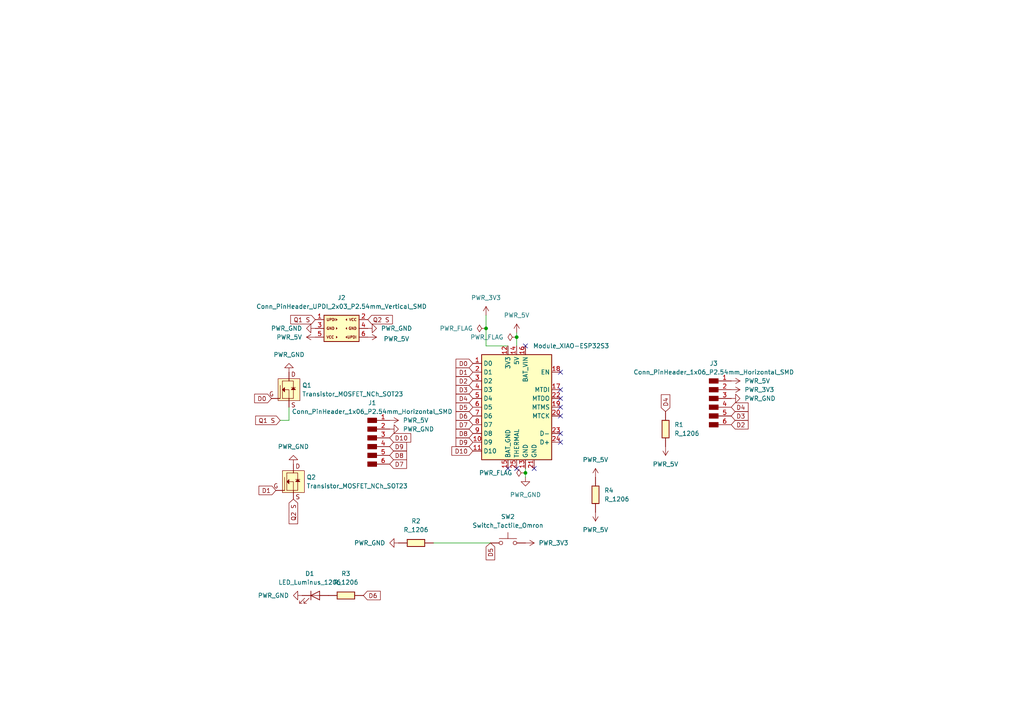
<source format=kicad_sch>
(kicad_sch (version 20231120) (generator "eeschema") (generator_version "8.0")
  (paper "A4")
  (lib_symbols
    (symbol "fab:Conn_PinHeader_1x06_P2.54mm_Horizontal_SMD" (pin_names hide)
      (property "Reference" "J" (at 0 7.62 0))
      (property "Value" "Conn_PinHeader_1x06_P2.54mm_Horizontal_SMD" (at 0 -10.16 0))
      (symbol "Conn_PinHeader_1x06_P2.54mm_Horizontal_SMD_1_1"
        (rectangle (start -1.27 -6.985) (end 1.27 -8.255) (stroke (width 0.254)) (fill (type outline)))
        (rectangle (start -1.27 -4.445) (end 1.27 -5.715) (stroke (width 0.254)) (fill (type outline)))
        (rectangle (start -1.27 -1.905) (end 1.27 -3.175) (stroke (width 0.254)) (fill (type outline)))
        (rectangle (start -1.27 0.635) (end 1.27 -0.635) (stroke (width 0.254)) (fill (type outline)))
        (rectangle (start -1.27 3.175) (end 1.27 1.905) (stroke (width 0.254)) (fill (type outline)))
        (rectangle (start -1.27 5.715) (end 1.27 4.445) (stroke (width 0.254)) (fill (type outline)))
        (pin passive line (at 5.08 5.08 180) (length 3.81) (name "Pin_1") (number "1"))
        (pin passive line (at 5.08 2.54 180) (length 3.81) (name "Pin_2") (number "2"))
        (pin passive line (at 5.08 0 180) (length 3.81) (name "Pin_3") (number "3"))
        (pin passive line (at 5.08 -2.54 180) (length 3.81) (name "Pin_4") (number "4"))
        (pin passive line (at 5.08 -5.08 180) (length 3.81) (name "Pin_5") (number "5"))
        (pin passive line (at 5.08 -7.62 180) (length 3.81) (name "Pin_6") (number "6"))
      )
    )
    (symbol "fab:Conn_PinHeader_UPDI_2x03_P2.54mm_Vertical_SMD"
      (property "Reference" "J" (at 0 5.08 0))
      (property "Value" "Conn_PinHeader_UPDI_2x03_P2.54mm_Vertical_SMD" (at 0 -5.08 0))
      (symbol "Conn_PinHeader_UPDI_2x03_P2.54mm_Vertical_SMD_0_0"
        (rectangle (start -5.08 3.81) (end 5.08 -3.81) (stroke (width 0.254)) (fill (type background)))
        (polyline (pts (xy -1.27 -2.54) (xy -1.524 -2.794) (xy -1.524 -2.286) (xy -1.27 -2.54)) (fill (type outline)))
        (polyline (pts (xy -1.27 0) (xy -1.524 -0.254) (xy -1.524 0.254) (xy -1.27 0)) (fill (type outline)))
        (polyline (pts (xy -1.27 2.54) (xy -1.524 2.286) (xy -1.524 2.794) (xy -1.27 2.54)) (fill (type outline)))
        (polyline (pts (xy 1.27 -2.54) (xy 1.524 -2.286) (xy 1.524 -2.794) (xy 1.27 -2.54)) (fill (type outline)))
        (polyline (pts (xy 1.27 0) (xy 1.524 0.254) (xy 1.524 -0.254) (xy 1.27 0)) (fill (type outline)))
        (polyline (pts (xy 1.27 2.54) (xy 1.524 2.794) (xy 1.524 2.286) (xy 1.27 2.54)) (fill (type outline)))
        (text "GND" (at -4.445 0 0) (effects (font (size 0.75 0.75)) (justify left)))
        (text "GND" (at 4.445 0 0) (effects (font (size 0.75 0.75)) (justify right)))
        (text "UPDI" (at -4.445 2.54 0) (effects (font (size 0.75 0.75)) (justify left)))
        (text "UPDI" (at 4.445 -2.54 0) (effects (font (size 0.75 0.75)) (justify right)))
        (text "VCC" (at -4.445 -2.54 0) (effects (font (size 0.75 0.75)) (justify left)))
        (text "VCC" (at 4.445 2.54 0) (effects (font (size 0.75 0.75)) (justify right)))
      )
      (symbol "Conn_PinHeader_UPDI_2x03_P2.54mm_Vertical_SMD_1_1"
        (pin passive line (at -7.62 2.54 0) (length 2.54) (name "") (number "1"))
        (pin passive line (at 7.62 2.54 180) (length 2.54) (name "") (number "2"))
        (pin passive line (at -7.62 0 0) (length 2.54) (name "") (number "3"))
        (pin passive line (at 7.62 0 180) (length 2.54) (name "") (number "4"))
        (pin passive line (at -7.62 -2.54 0) (length 2.54) (name "") (number "5"))
        (pin passive line (at 7.62 -2.54 180) (length 2.54) (name "") (number "6"))
      )
    )
    (symbol "fab:LED_Luminus_1206" (pin_numbers hide) (pin_names (offset 1.016) hide)
      (property "Reference" "D" (at 0 2.54 0))
      (property "Value" "LED_Luminus_1206" (at 0 -2.54 0))
      (symbol "LED_Luminus_1206_0_1"
        (polyline (pts (xy -1.27 -1.27) (xy -1.27 1.27)) (stroke (width 0.2032)))
        (polyline (pts (xy -1.27 0) (xy 1.27 0)))
        (polyline (pts (xy 1.27 -1.27) (xy 1.27 1.27) (xy -1.27 0) (xy 1.27 -1.27)) (stroke (width 0.2032)))
        (polyline (pts (xy -3.048 -0.762) (xy -4.572 -2.286) (xy -3.81 -2.286) (xy -4.572 -2.286) (xy -4.572 -1.524)))
        (polyline (pts (xy -1.778 -0.762) (xy -3.302 -2.286) (xy -2.54 -2.286) (xy -3.302 -2.286) (xy -3.302 -1.524)))
      )
      (symbol "LED_Luminus_1206_1_1"
        (pin passive line (at -3.81 0 0) (length 2.54) (name "K") (number "1"))
        (pin passive line (at 3.81 0 180) (length 2.54) (name "A") (number "2"))
      )
    )
    (symbol "fab:Module_XIAO-ESP32S3"
      (property "Reference" "M" (at -10.16 16.51 0))
      (property "Value" "Module_XIAO-ESP32S3" (at 3.81 16.51 0))
      (symbol "Module_XIAO-ESP32S3_1_1"
        (rectangle (start -10.16 15.24) (end 10.16 -15.24) (stroke (width 0.254)) (fill (type background)))
        (pin bidirectional line (at -12.7 12.7 0) (length 2.54) (name "D0") (number "1"))
        (pin bidirectional line (at -12.7 -10.16 0) (length 2.54) (name "D9") (number "10"))
        (pin bidirectional line (at -12.7 -12.7 0) (length 2.54) (name "D10") (number "11"))
        (pin power_in line (at -2.54 17.78 270) (length 2.54) (name "3V3") (number "12"))
        (pin power_in line (at 2.54 -17.78 90) (length 2.54) (name "GND") (number "13"))
        (pin power_in line (at 0 17.78 270) (length 2.54) (name "5V") (number "14"))
        (pin power_in line (at -2.54 -17.78 90) (length 2.54) (name "BAT_GND") (number "15"))
        (pin power_in line (at 2.54 17.78 270) (length 2.54) (name "BAT_VIN") (number "16"))
        (pin input line (at 12.7 5.08 180) (length 2.54) (name "MTDI") (number "17"))
        (pin input line (at 12.7 10.16 180) (length 2.54) (name "EN") (number "18"))
        (pin input line (at 12.7 0 180) (length 2.54) (name "MTMS") (number "19"))
        (pin bidirectional line (at -12.7 10.16 0) (length 2.54) (name "D1") (number "2"))
        (pin input line (at 12.7 -2.54 180) (length 2.54) (name "MTCK") (number "20"))
        (pin power_in line (at 5.08 -17.78 90) (length 2.54) (name "GND") (number "21"))
        (pin output line (at 12.7 2.54 180) (length 2.54) (name "MTDO") (number "22"))
        (pin bidirectional line (at 12.7 -7.62 180) (length 2.54) (name "D-") (number "23"))
        (pin bidirectional line (at 12.7 -10.16 180) (length 2.54) (name "D+") (number "24"))
        (pin power_in line (at 0 -17.78 90) (length 2.54) (name "THERMAL") (number "25"))
        (pin bidirectional line (at -12.7 7.62 0) (length 2.54) (name "D2") (number "3"))
        (pin bidirectional line (at -12.7 5.08 0) (length 2.54) (name "D3") (number "4"))
        (pin bidirectional line (at -12.7 2.54 0) (length 2.54) (name "D4") (number "5"))
        (pin bidirectional line (at -12.7 0 0) (length 2.54) (name "D5") (number "6"))
        (pin bidirectional line (at -12.7 -2.54 0) (length 2.54) (name "D6") (number "7"))
        (pin bidirectional line (at -12.7 -5.08 0) (length 2.54) (name "D7") (number "8"))
        (pin bidirectional line (at -12.7 -7.62 0) (length 2.54) (name "D8") (number "9"))
      )
    )
    (symbol "fab:PWR_3V3" (power) (pin_names (offset 0))
      (property "Value" "PWR_3V3" (at 0 3.556 0))
      (symbol "PWR_3V3_0_1"
        (polyline (pts (xy -0.762 1.27) (xy 0 2.54)))
        (polyline (pts (xy 0 0) (xy 0 2.54)))
        (polyline (pts (xy 0 2.54) (xy 0.762 1.27)))
      )
      (symbol "PWR_3V3_1_1"
        (pin power_in line (at 0 0 90) (length 0) hide (name "PWR_3V3") (number "1"))
      )
    )
    (symbol "fab:PWR_5V" (power) (pin_names (offset 0))
      (property "Value" "PWR_5V" (at 0 3.556 0))
      (symbol "PWR_5V_0_1"
        (polyline (pts (xy -0.762 1.27) (xy 0 2.54)))
        (polyline (pts (xy 0 0) (xy 0 2.54)))
        (polyline (pts (xy 0 2.54) (xy 0.762 1.27)))
      )
      (symbol "PWR_5V_1_1"
        (pin power_in line (at 0 0 90) (length 0) hide (name "PWR_5V") (number "1"))
      )
    )
    (symbol "fab:PWR_FLAG" (power) (pin_numbers hide) (pin_names (offset 0) hide)
      (property "Value" "PWR_FLAG" (at 0 3.81 0))
      (symbol "PWR_FLAG_0_1"
        (polyline (pts (xy 0 0) (xy 0 1.27) (xy -1.016 1.905) (xy 0 2.54) (xy 1.016 1.905) (xy 0 1.27)))
      )
      (symbol "PWR_FLAG_1_0"
        (pin power_out line (at 0 0 90) (length 0) (name "PWR_FLAG") (number "1"))
      )
    )
    (symbol "fab:PWR_GND" (power) (pin_names (offset 0))
      (property "Value" "PWR_GND" (at 0 -3.81 0))
      (symbol "PWR_GND_0_1"
        (polyline (pts (xy 0 0) (xy 0 -1.27) (xy 1.27 -1.27) (xy 0 -2.54) (xy -1.27 -1.27) (xy 0 -1.27)))
      )
      (symbol "PWR_GND_1_1"
        (pin power_in line (at 0 0 270) (length 0) hide (name "PWR_GND") (number "1"))
      )
    )
    (symbol "fab:R_1206" (pin_numbers hide) (pin_names (offset 0))
      (property "Reference" "R" (at 2.54 0 90))
      (property "Value" "R_1206" (at -2.54 0 90))
      (symbol "R_1206_0_1"
        (rectangle (start -1.016 -2.54) (end 1.016 2.54) (stroke (width 0.254)) (fill (type background)))
      )
      (symbol "R_1206_1_1"
        (pin passive line (at 0 5.08 270) (length 2.54) (name "~") (number "1"))
        (pin passive line (at 0 -5.08 90) (length 2.54) (name "~") (number "2"))
      )
    )
    (symbol "fab:Switch_Tactile_Omron" (pin_numbers hide) (pin_names (offset 1.016) hide)
      (property "Reference" "SW" (at 1.27 2.54 0))
      (property "Value" "Switch_Tactile_Omron" (at 0 -1.524 0))
      (symbol "Switch_Tactile_Omron_0_1"
        (circle (center -2.032 0) (radius 0.508))
        (polyline (pts (xy 0 1.27) (xy 0 3.048)))
        (polyline (pts (xy 2.54 1.27) (xy -2.54 1.27)))
        (circle (center 2.032 0) (radius 0.508))
        (pin passive line (at -5.08 0 0) (length 2.54) (name "1") (number "1"))
        (pin passive line (at 5.08 0 180) (length 2.54) (name "2") (number "2"))
      )
    )
    (symbol "fab:Transistor_MOSFET_NCh_SOT23" (pin_numbers hide) (pin_names (offset 1.016) hide)
      (property "Reference" "Q" (at 3.81 1.27 0))
      (property "Value" "Transistor_MOSFET_NCh_SOT23" (at 3.81 -1.27 0))
      (symbol "Transistor_MOSFET_NCh_SOT23_0_1"
        (polyline (pts (xy 0 2.54) (xy 1.27 2.54) (xy 1.27 -2.54) (xy 0 -2.54)))
      )
      (symbol "Transistor_MOSFET_NCh_SOT23_1_0"
        (text "D" (at 1.27 4.445 0) (effects (font (size 1.27 1.27))))
        (text "G" (at -5.08 -1.27 0) (effects (font (size 1.27 1.27))))
        (text "S" (at 1.27 -4.445 0) (effects (font (size 1.27 1.27))))
      )
      (symbol "Transistor_MOSFET_NCh_SOT23_1_1"
        (rectangle (start -3.175 3.175) (end 3.175 -3.175) (fill (type background)))
        (polyline (pts (xy -2.54 -2.54) (xy -2.54 1.27)) (stroke (width 0.15)))
        (polyline (pts (xy -1.905 -2.54) (xy 0 -2.54)) (stroke (width 0.15)))
        (polyline (pts (xy -1.905 2.54) (xy -1.905 -2.54)) (stroke (width 0.15)))
        (polyline (pts (xy 0 2.54) (xy -1.905 2.54)) (stroke (width 0.15)))
        (polyline (pts (xy 0.635 0.635) (xy 1.905 0.635)) (stroke (width 0.15)))
        (polyline (pts (xy 0 -2.54) (xy 0 0) (xy -1.905 0)) (stroke (width 0.15)))
        (polyline (pts (xy -1.905 0) (xy -1.27 0.635) (xy -1.27 -0.635) (xy -1.905 0)) (fill (type outline)))
        (polyline (pts (xy 1.27 0.635) (xy 1.905 0) (xy 0.635 0) (xy 1.27 0.635)) (fill (type outline)))
        (pin passive line (at -5.08 -2.54 0) (length 2.54) (name "G") (number "1"))
        (pin passive line (at 0 -5.08 90) (length 2.54) (name "S") (number "2"))
        (pin passive line (at 0 5.08 270) (length 2.54) (name "D") (number "3"))
      )
    )
  )
  (junction (at 140.97 95.25))
  (junction (at 152.4 137.16))
  (junction (at 149.86 97.79))
  (no_connect (at 162.56 118.11))
  (no_connect (at 162.56 113.03))
  (no_connect (at 149.86 135.89))
  (no_connect (at 147.32 135.89))
  (no_connect (at 162.56 115.57))
  (no_connect (at 162.56 125.73))
  (no_connect (at 162.56 128.27))
  (no_connect (at 162.56 107.95))
  (no_connect (at 152.4 100.33))
  (no_connect (at 162.56 120.65))
  (no_connect (at 154.94 135.89))
  (wire (pts (xy 149.86 97.79) (xy 149.86 100.33)))
  (wire (pts (xy 83.82 121.92) (xy 83.82 118.11)))
  (wire (pts (xy 152.4 137.16) (xy 152.4 138.43)))
  (wire (pts (xy 149.86 96.52) (xy 149.86 97.79)))
  (wire (pts (xy 152.4 135.89) (xy 152.4 137.16)))
  (wire (pts (xy 81.28 121.92) (xy 83.82 121.92)))
  (wire (pts (xy 140.97 95.25) (xy 140.97 100.33)))
  (wire (pts (xy 140.97 91.44) (xy 140.97 95.25)))
  (wire (pts (xy 125.73 157.48) (xy 142.24 157.48)))
  (wire (pts (xy 140.97 100.33) (xy 147.32 100.33)))
  (global_label "D10" (shape input) (at 113.03 127 0) (property "Intersheetrefs" "${INTERSHEET_REFS}" (effects (hide yes))))
  (global_label "D0" (shape input) (at 78.74 115.57 180) (property "Intersheetrefs" "${INTERSHEET_REFS}" (effects (hide yes))))
  (global_label "D4" (shape input) (at 212.09 118.11 0) (property "Intersheetrefs" "${INTERSHEET_REFS}" (effects (hide yes))))
  (global_label "D9" (shape input) (at 137.16 128.27 180) (property "Intersheetrefs" "${INTERSHEET_REFS}" (effects (hide yes))))
  (global_label "D5" (shape input) (at 142.24 157.48 270) (property "Intersheetrefs" "${INTERSHEET_REFS}" (effects (hide yes))))
  (global_label "D5" (shape input) (at 137.16 118.11 180) (property "Intersheetrefs" "${INTERSHEET_REFS}" (effects (hide yes))))
  (global_label "D8" (shape input) (at 113.03 132.08 0) (property "Intersheetrefs" "${INTERSHEET_REFS}" (effects (hide yes))))
  (global_label "Q2 S" (shape input) (at 106.68 92.71 0) (property "Intersheetrefs" "${INTERSHEET_REFS}" (effects (hide yes))))
  (global_label "D10" (shape input) (at 137.16 130.81 180) (property "Intersheetrefs" "${INTERSHEET_REFS}" (effects (hide yes))))
  (global_label "D4" (shape input) (at 137.16 115.57 180) (property "Intersheetrefs" "${INTERSHEET_REFS}" (effects (hide yes))))
  (global_label "D1" (shape input) (at 80.01 142.24 180) (property "Intersheetrefs" "${INTERSHEET_REFS}" (effects (hide yes))))
  (global_label "D3" (shape input) (at 212.09 120.65 0) (property "Intersheetrefs" "${INTERSHEET_REFS}" (effects (hide yes))))
  (global_label "Q1 S" (shape input) (at 91.44 92.71 180) (property "Intersheetrefs" "${INTERSHEET_REFS}" (effects (hide yes))))
  (global_label "Q2 S" (shape input) (at 85.09 144.78 270) (property "Intersheetrefs" "${INTERSHEET_REFS}" (effects (hide yes))))
  (global_label "D4" (shape input) (at 193.04 119.38 90) (property "Intersheetrefs" "${INTERSHEET_REFS}" (effects (hide yes))))
  (global_label "D1" (shape input) (at 137.16 107.95 180) (property "Intersheetrefs" "${INTERSHEET_REFS}" (effects (hide yes))))
  (global_label "D7" (shape input) (at 137.16 123.19 180) (property "Intersheetrefs" "${INTERSHEET_REFS}" (effects (hide yes))))
  (global_label "D9" (shape input) (at 113.03 129.54 0) (property "Intersheetrefs" "${INTERSHEET_REFS}" (effects (hide yes))))
  (global_label "D6" (shape input) (at 137.16 120.65 180) (property "Intersheetrefs" "${INTERSHEET_REFS}" (effects (hide yes))))
  (global_label "D7" (shape input) (at 113.03 134.62 0) (property "Intersheetrefs" "${INTERSHEET_REFS}" (effects (hide yes))))
  (global_label "D2" (shape input) (at 137.16 110.49 180) (property "Intersheetrefs" "${INTERSHEET_REFS}" (effects (hide yes))))
  (global_label "D6" (shape input) (at 105.41 172.72 0) (property "Intersheetrefs" "${INTERSHEET_REFS}" (effects (hide yes))))
  (global_label "D2" (shape input) (at 212.09 123.19 0) (property "Intersheetrefs" "${INTERSHEET_REFS}" (effects (hide yes))))
  (global_label "D3" (shape input) (at 137.16 113.03 180) (property "Intersheetrefs" "${INTERSHEET_REFS}" (effects (hide yes))))
  (global_label "D8" (shape input) (at 137.16 125.73 180) (property "Intersheetrefs" "${INTERSHEET_REFS}" (effects (hide yes))))
  (global_label "Q1 S" (shape input) (at 81.28 121.92 180) (property "Intersheetrefs" "${INTERSHEET_REFS}" (effects (hide yes))))
  (global_label "D0" (shape input) (at 137.16 105.41 180) (property "Intersheetrefs" "${INTERSHEET_REFS}" (effects (hide yes))))
  (symbol (lib_id "fab:Conn_PinHeader_UPDI_2x03_P2.54mm_Vertical_SMD") (at 99.06 95.25 0) (unit 1)
    (property "Reference" "J2" (at 99.06 86.36 0))
    (property "Value" "Conn_PinHeader_UPDI_2x03_P2.54mm_Vertical_SMD" (at 99.06 88.9 0))
    (property "Footprint" "fab:PinHeader_2x03_P2.54mm_Vertical_SMD" (effects (hide yes)))
    (property "Datasheet" "https://cdn.amphenol-icc.com/media/wysiwyg/files/drawing/95278.pdf" (effects (hide yes)))
    (property "Description" "Connector Header Surface Mount 6 position 0.100\" (2.54mm) Fab UPDI connector standard 2022" (effects (hide yes)))
  )
  (symbol (lib_id "fab:PWR_GND") (at 85.09 134.62 180) (unit 1)
    (property "Reference" "#PWR01" (effects (hide yes)))
    (property "Value" "PWR_GND" (at 85.09 129.54 0))
    (property "Description" "Power symbol creates a global label with name \"GND\" , ground" (effects (hide yes)))
  )
  (symbol (lib_id "fab:PWR_GND") (at 83.82 107.95 180) (unit 1)
    (property "Reference" "#PWR02" (effects (hide yes)))
    (property "Value" "PWR_GND" (at 83.82 102.87 0))
    (property "Description" "Power symbol creates a global label with name \"GND\" , ground" (effects (hide yes)))
  )
  (symbol (lib_id "fab:PWR_3V3") (at 212.09 113.03 270) (unit 1)
    (property "Reference" "#PWR08" (effects (hide yes)))
    (property "Value" "PWR_3V3" (at 215.9 113.0299 90) (effects (justify left)))
    (property "Description" "Power symbol creates a global label with name \"+3V3\"" (effects (hide yes)))
  )
  (symbol (lib_id "fab:PWR_GND") (at 152.4 138.43 0) (unit 1)
    (property "Reference" "#PWR012" (effects (hide yes)))
    (property "Value" "PWR_GND" (at 152.4 143.51 0))
    (property "Description" "Power symbol creates a global label with name \"GND\" , ground" (effects (hide yes)))
  )
  (symbol (lib_id "fab:PWR_5V") (at 106.68 97.79 270) (unit 1)
    (property "Reference" "#PWR03" (effects (hide yes)))
    (property "Value" "PWR_5V" (at 111.252 98.298 90) (effects (justify left)))
    (property "Description" "Power symbol creates a global label with name \"+5V\"" (effects (hide yes)))
  )
  (symbol (lib_id "fab:PWR_GND") (at 113.03 124.46 90) (unit 1)
    (property "Reference" "#PWR018" (effects (hide yes)))
    (property "Value" "PWR_GND" (at 116.84 124.4599 90) (effects (justify right)))
    (property "Description" "Power symbol creates a global label with name \"GND\" , ground" (effects (hide yes)))
  )
  (symbol (lib_id "fab:PWR_FLAG") (at 152.4 137.16 90) (unit 1)
    (property "Reference" "#FLG03" (effects (hide yes)))
    (property "Value" "PWR_FLAG" (at 148.59 137.1599 90) (effects (justify left)))
    (property "Description" "Special symbol for telling ERC where power comes from" (effects (hide yes)))
  )
  (symbol (lib_id "fab:Module_XIAO-ESP32S3") (at 149.86 118.11 0) (unit 1)
    (property "Reference" "M1" (effects (hide yes)))
    (property "Value" "Module_XIAO-ESP32S3" (at 154.5941 100.33 0) (effects (justify left)))
    (property "Footprint" "fab:SeeedStudio_XIAO_ESP32S3" (effects (hide yes)))
    (property "Datasheet" "https://wiki.seeedstudio.com/xiao_esp32s3_getting_started/" (effects (hide yes)))
    (property "Description" "ESP32-C3 Transceiver; 802.11 a/b/g/n (Wi-Fi, WiFi, WLAN), Bluetooth® Smart 4.x Low Energy (BLE) 2.4GHz Evaluation Board" (effects (hide yes)))
  )
  (symbol (lib_id "fab:R_1206") (at 193.04 124.46 0) (unit 1)
    (property "Reference" "R1" (at 195.58 123.1899 0) (effects (justify left)))
    (property "Value" "R_1206" (at 195.58 125.7299 0) (effects (justify left)))
    (property "Footprint" "fab:R_1206" (effects (hide yes)))
    (property "Description" "Resistor" (effects (hide yes)))
  )
  (symbol (lib_id "fab:PWR_5V") (at 113.03 121.92 270) (unit 1)
    (property "Reference" "#PWR014" (effects (hide yes)))
    (property "Value" "PWR_5V" (at 116.84 121.9199 90) (effects (justify left)))
    (property "Description" "Power symbol creates a global label with name \"+5V\"" (effects (hide yes)))
  )
  (symbol (lib_id "fab:PWR_GND") (at 91.44 95.25 270) (unit 1)
    (property "Reference" "#PWR06" (effects (hide yes)))
    (property "Value" "PWR_GND" (at 87.63 95.2499 90) (effects (justify right)))
    (property "Description" "Power symbol creates a global label with name \"GND\" , ground" (effects (hide yes)))
  )
  (symbol (lib_id "fab:PWR_GND") (at 212.09 115.57 90) (unit 1)
    (property "Reference" "#PWR09" (effects (hide yes)))
    (property "Value" "PWR_GND" (at 215.9 115.5699 90) (effects (justify right)))
    (property "Description" "Power symbol creates a global label with name \"GND\" , ground" (effects (hide yes)))
  )
  (symbol (lib_id "fab:PWR_5V") (at 172.72 138.43 0) (unit 1)
    (property "Reference" "#PWR019" (effects (hide yes)))
    (property "Value" "PWR_5V" (at 172.72 133.35 0))
    (property "Description" "Power symbol creates a global label with name \"+5V\"" (effects (hide yes)))
  )
  (symbol (lib_id "fab:PWR_FLAG") (at 140.97 95.25 90) (unit 1)
    (property "Reference" "#FLG01" (effects (hide yes)))
    (property "Value" "PWR_FLAG" (at 137.16 95.2499 90) (effects (justify left)))
    (property "Description" "Special symbol for telling ERC where power comes from" (effects (hide yes)))
  )
  (symbol (lib_id "fab:PWR_3V3") (at 152.4 157.48 270) (unit 1)
    (property "Reference" "#PWR017" (effects (hide yes)))
    (property "Value" "PWR_3V3" (at 156.21 157.4799 90) (effects (justify left)))
    (property "Description" "Power symbol creates a global label with name \"+3V3\"" (effects (hide yes)))
  )
  (symbol (lib_id "fab:PWR_5V") (at 91.44 97.79 90) (unit 1)
    (property "Reference" "#PWR04" (effects (hide yes)))
    (property "Value" "PWR_5V" (at 87.63 97.7899 90) (effects (justify left)))
    (property "Description" "Power symbol creates a global label with name \"+5V\"" (effects (hide yes)))
  )
  (symbol (lib_id "fab:Conn_PinHeader_1x06_P2.54mm_Horizontal_SMD") (at 207.01 115.57 0) (unit 1)
    (property "Reference" "J3" (at 207.01 105.41 0))
    (property "Value" "Conn_PinHeader_1x06_P2.54mm_Horizontal_SMD" (at 207.01 107.95 0))
    (property "Footprint" "fab:PinHeader_1x06_P2.54mm_Horizontal_SMD" (effects (hide yes)))
    (property "Datasheet" "https://gct.co/files/specs/2.54mm-socket-spec.pdf" (effects (hide yes)))
    (property "Description" "Male connector, single row" (effects (hide yes)))
  )
  (symbol (lib_id "fab:Transistor_MOSFET_NCh_SOT23") (at 83.82 113.03 0) (unit 1)
    (property "Reference" "Q1" (at 87.63 111.7599 0) (effects (justify left)))
    (property "Value" "Transistor_MOSFET_NCh_SOT23" (at 87.63 114.2999 0) (effects (justify left)))
    (property "Footprint" "fab:SOT-23-3" (effects (hide yes)))
    (property "Datasheet" "https://www.onsemi.com/pub/Collateral/NDS355AN-D.PDF" (effects (hide yes)))
    (property "Description" "N-Channel mosfet NDS355AN in SOT-23 package" (effects (hide yes)))
  )
  (symbol (lib_id "fab:PWR_FLAG") (at 149.86 97.79 90) (unit 1)
    (property "Reference" "#FLG02" (effects (hide yes)))
    (property "Value" "PWR_FLAG" (at 146.05 97.7899 90) (effects (justify left)))
    (property "Description" "Special symbol for telling ERC where power comes from" (effects (hide yes)))
  )
  (symbol (lib_id "fab:PWR_5V") (at 212.09 110.49 270) (unit 1)
    (property "Reference" "#PWR07" (effects (hide yes)))
    (property "Value" "PWR_5V" (at 215.9 110.4899 90) (effects (justify left)))
    (property "Description" "Power symbol creates a global label with name \"+5V\"" (effects (hide yes)))
  )
  (symbol (lib_id "fab:PWR_GND") (at 115.57 157.48 270) (unit 1)
    (property "Reference" "#PWR016" (effects (hide yes)))
    (property "Value" "PWR_GND" (at 111.76 157.4799 90) (effects (justify right)))
    (property "Description" "Power symbol creates a global label with name \"GND\" , ground" (effects (hide yes)))
  )
  (symbol (lib_id "fab:PWR_5V") (at 172.72 148.59 180) (unit 1)
    (property "Reference" "#PWR020" (effects (hide yes)))
    (property "Value" "PWR_5V" (at 172.72 153.67 0))
    (property "Description" "Power symbol creates a global label with name \"+5V\"" (effects (hide yes)))
  )
  (symbol (lib_id "fab:R_1206") (at 120.65 157.48 90) (unit 1)
    (property "Reference" "R2" (at 120.65 151.13 90))
    (property "Value" "R_1206" (at 120.65 153.67 90))
    (property "Footprint" "fab:R_1206" (effects (hide yes)))
    (property "Description" "Resistor" (effects (hide yes)))
  )
  (symbol (lib_id "fab:PWR_5V") (at 193.04 129.54 180) (unit 1)
    (property "Reference" "#PWR015" (effects (hide yes)))
    (property "Value" "PWR_5V" (at 193.04 134.62 0))
    (property "Description" "Power symbol creates a global label with name \"+5V\"" (effects (hide yes)))
  )
  (symbol (lib_id "fab:Transistor_MOSFET_NCh_SOT23") (at 85.09 139.7 0) (unit 1)
    (property "Reference" "Q2" (at 88.9 138.4299 0) (effects (justify left)))
    (property "Value" "Transistor_MOSFET_NCh_SOT23" (at 88.9 140.9699 0) (effects (justify left)))
    (property "Footprint" "fab:SOT-23-3" (effects (hide yes)))
    (property "Datasheet" "https://www.onsemi.com/pub/Collateral/NDS355AN-D.PDF" (effects (hide yes)))
    (property "Description" "N-Channel mosfet NDS355AN in SOT-23 package" (effects (hide yes)))
  )
  (symbol (lib_id "fab:LED_Luminus_1206") (at 91.44 172.72 0) (unit 1)
    (property "Reference" "D1" (at 89.8398 166.37 0))
    (property "Value" "LED_Luminus_1206" (at 89.8398 168.91 0))
    (property "Footprint" "fab:LED_Luminus_1206" (effects (hide yes)))
    (property "Datasheet" "https://download.luminus.com/datasheets/Luminus_MP3014_1100_Datasheet.pdf" (effects (hide yes)))
    (property "Description" "LED Lighting - White, Cool 5000K 2.85V 60mA 110° 1206 (3014 Metric)" (effects (hide yes)))
  )
  (symbol (lib_id "fab:Switch_Tactile_Omron") (at 147.32 157.48 0) (unit 1)
    (property "Reference" "SW2" (at 147.32 149.86 0))
    (property "Value" "Switch_Tactile_Omron" (at 147.32 152.4 0))
    (property "Footprint" "fab:Button_Omron_B3SN_6.0x6.0mm" (effects (hide yes)))
    (property "Datasheet" "https://omronfs.omron.com/en_US/ecb/products/pdf/en-b3sn.pdf" (effects (hide yes)))
    (property "Description" "Push button switch, Omron, B3SN, Sealed Tactile Switch (SMT), SPST-NO Top Actuated Surface Mount" (effects (hide yes)))
  )
  (symbol (lib_id "fab:PWR_GND") (at 106.68 95.25 90) (unit 1)
    (property "Reference" "#PWR05" (effects (hide yes)))
    (property "Value" "PWR_GND" (at 110.49 95.2499 90) (effects (justify right)))
    (property "Description" "Power symbol creates a global label with name \"GND\" , ground" (effects (hide yes)))
  )
  (symbol (lib_id "fab:PWR_3V3") (at 140.97 91.44 0) (unit 1)
    (property "Reference" "#PWR010" (effects (hide yes)))
    (property "Value" "PWR_3V3" (at 140.97 86.36 0))
    (property "Description" "Power symbol creates a global label with name \"+3V3\"" (effects (hide yes)))
  )
  (symbol (lib_id "fab:Conn_PinHeader_1x06_P2.54mm_Horizontal_SMD") (at 107.95 127 0) (unit 1)
    (property "Reference" "J1" (at 107.95 116.84 0))
    (property "Value" "Conn_PinHeader_1x06_P2.54mm_Horizontal_SMD" (at 107.95 119.38 0))
    (property "Footprint" "fab:PinHeader_1x06_P2.54mm_Horizontal_SMD" (effects (hide yes)))
    (property "Datasheet" "https://gct.co/files/specs/2.54mm-socket-spec.pdf" (effects (hide yes)))
    (property "Description" "Male connector, single row" (effects (hide yes)))
  )
  (symbol (lib_id "fab:PWR_GND") (at 87.63 172.72 270) (unit 1)
    (property "Reference" "#PWR013" (effects (hide yes)))
    (property "Value" "PWR_GND" (at 83.82 172.7199 90) (effects (justify right)))
    (property "Description" "Power symbol creates a global label with name \"GND\" , ground" (effects (hide yes)))
  )
  (symbol (lib_id "fab:PWR_5V") (at 149.86 96.52 0) (unit 1)
    (property "Reference" "#PWR011" (effects (hide yes)))
    (property "Value" "PWR_5V" (at 149.86 91.44 0))
    (property "Description" "Power symbol creates a global label with name \"+5V\"" (effects (hide yes)))
  )
  (symbol (lib_id "fab:R_1206") (at 172.72 143.51 0) (unit 1)
    (property "Reference" "R4" (at 175.26 142.2399 0) (effects (justify left)))
    (property "Value" "R_1206" (at 175.26 144.7799 0) (effects (justify left)))
    (property "Footprint" "fab:R_1206" (effects (hide yes)))
    (property "Description" "Resistor" (effects (hide yes)))
  )
  (symbol (lib_id "fab:R_1206") (at 100.33 172.72 90) (unit 1)
    (property "Reference" "R3" (at 100.33 166.37 90))
    (property "Value" "R_1206" (at 100.33 168.91 90))
    (property "Footprint" "fab:R_1206" (effects (hide yes)))
    (property "Description" "Resistor" (effects (hide yes)))
  )
)
</source>
